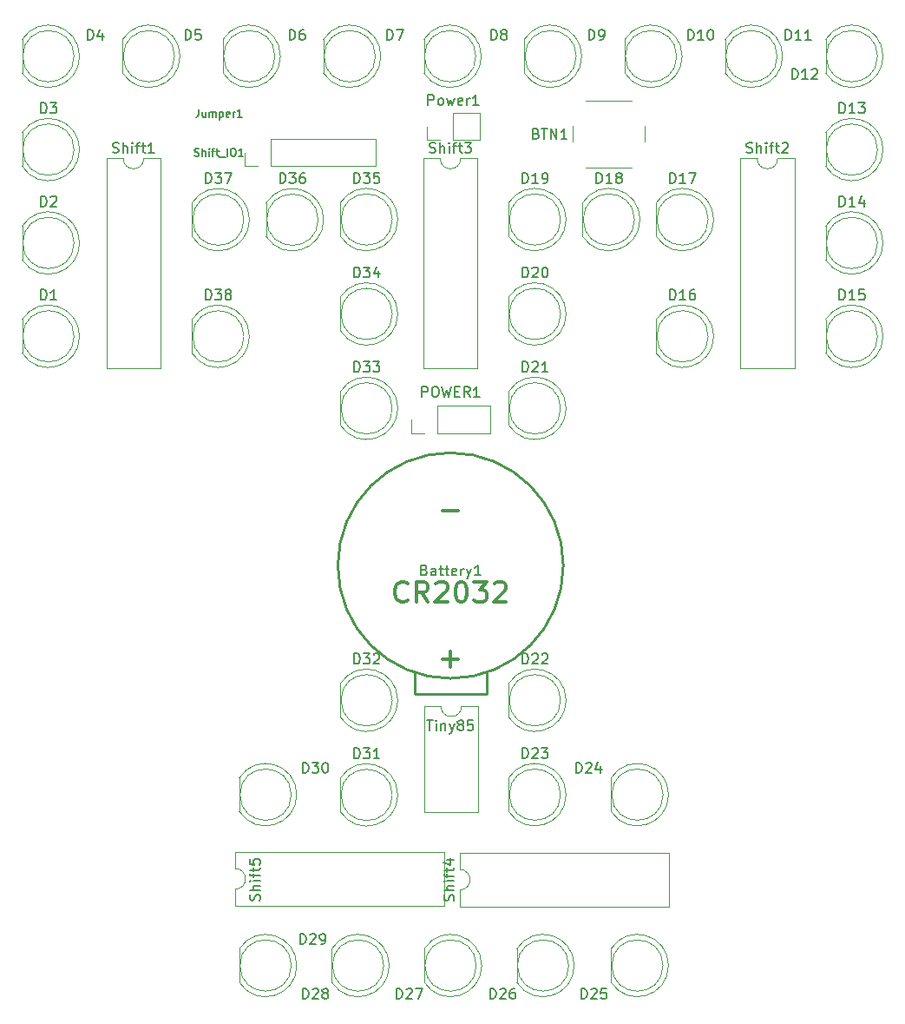
<source format=gbr>
G04 #@! TF.FileFunction,Legend,Top*
%FSLAX46Y46*%
G04 Gerber Fmt 4.6, Leading zero omitted, Abs format (unit mm)*
G04 Created by KiCad (PCBNEW 4.0.7) date 08/16/18 21:07:37*
%MOMM*%
%LPD*%
G01*
G04 APERTURE LIST*
%ADD10C,0.100000*%
%ADD11C,0.120000*%
%ADD12C,0.250000*%
%ADD13C,0.150000*%
%ADD14C,0.300000*%
G04 APERTURE END LIST*
D10*
D11*
X134992999Y-85218958D02*
G75*
G03X129393000Y-83577488I-3039999J1958D01*
G01*
X134992999Y-85215042D02*
G75*
G02X129393000Y-86856512I-3039999J-1958D01*
G01*
X134453000Y-85217000D02*
G75*
G03X134453000Y-85217000I-2500000J0D01*
G01*
X129393000Y-83577000D02*
X129393000Y-86857000D01*
X134992999Y-76118958D02*
G75*
G03X129393000Y-74477488I-3039999J1958D01*
G01*
X134992999Y-76115042D02*
G75*
G02X129393000Y-77756512I-3039999J-1958D01*
G01*
X134453000Y-76117000D02*
G75*
G03X134453000Y-76117000I-2500000J0D01*
G01*
X129393000Y-74477000D02*
X129393000Y-77757000D01*
X134992999Y-67018958D02*
G75*
G03X129393000Y-65377488I-3039999J1958D01*
G01*
X134992999Y-67015042D02*
G75*
G02X129393000Y-68656512I-3039999J-1958D01*
G01*
X134453000Y-67017000D02*
G75*
G03X134453000Y-67017000I-2500000J0D01*
G01*
X129393000Y-65377000D02*
X129393000Y-68657000D01*
X134992999Y-57918958D02*
G75*
G03X129393000Y-56277488I-3039999J1958D01*
G01*
X134992999Y-57915042D02*
G75*
G02X129393000Y-59556512I-3039999J-1958D01*
G01*
X134453000Y-57917000D02*
G75*
G03X134453000Y-57917000I-2500000J0D01*
G01*
X129393000Y-56277000D02*
X129393000Y-59557000D01*
X154592999Y-57918958D02*
G75*
G03X148993000Y-56277488I-3039999J1958D01*
G01*
X154592999Y-57915042D02*
G75*
G02X148993000Y-59556512I-3039999J-1958D01*
G01*
X154053000Y-57917000D02*
G75*
G03X154053000Y-57917000I-2500000J0D01*
G01*
X148993000Y-56277000D02*
X148993000Y-59557000D01*
X164392999Y-57918958D02*
G75*
G03X158793000Y-56277488I-3039999J1958D01*
G01*
X164392999Y-57915042D02*
G75*
G02X158793000Y-59556512I-3039999J-1958D01*
G01*
X163853000Y-57917000D02*
G75*
G03X163853000Y-57917000I-2500000J0D01*
G01*
X158793000Y-56277000D02*
X158793000Y-59557000D01*
X174192999Y-57918958D02*
G75*
G03X168593000Y-56277488I-3039999J1958D01*
G01*
X174192999Y-57915042D02*
G75*
G02X168593000Y-59556512I-3039999J-1958D01*
G01*
X173653000Y-57917000D02*
G75*
G03X173653000Y-57917000I-2500000J0D01*
G01*
X168593000Y-56277000D02*
X168593000Y-59557000D01*
X183992999Y-57918958D02*
G75*
G03X178393000Y-56277488I-3039999J1958D01*
G01*
X183992999Y-57915042D02*
G75*
G02X178393000Y-59556512I-3039999J-1958D01*
G01*
X183453000Y-57917000D02*
G75*
G03X183453000Y-57917000I-2500000J0D01*
G01*
X178393000Y-56277000D02*
X178393000Y-59557000D01*
X193792999Y-57918958D02*
G75*
G03X188193000Y-56277488I-3039999J1958D01*
G01*
X193792999Y-57915042D02*
G75*
G02X188193000Y-59556512I-3039999J-1958D01*
G01*
X193253000Y-57917000D02*
G75*
G03X193253000Y-57917000I-2500000J0D01*
G01*
X188193000Y-56277000D02*
X188193000Y-59557000D01*
X203592999Y-57918958D02*
G75*
G03X197993000Y-56277488I-3039999J1958D01*
G01*
X203592999Y-57915042D02*
G75*
G02X197993000Y-59556512I-3039999J-1958D01*
G01*
X203053000Y-57917000D02*
G75*
G03X203053000Y-57917000I-2500000J0D01*
G01*
X197993000Y-56277000D02*
X197993000Y-59557000D01*
X213392999Y-57918958D02*
G75*
G03X207793000Y-56277488I-3039999J1958D01*
G01*
X213392999Y-57915042D02*
G75*
G02X207793000Y-59556512I-3039999J-1958D01*
G01*
X212853000Y-57917000D02*
G75*
G03X212853000Y-57917000I-2500000J0D01*
G01*
X207793000Y-56277000D02*
X207793000Y-59557000D01*
X213392999Y-76118958D02*
G75*
G03X207793000Y-74477488I-3039999J1958D01*
G01*
X213392999Y-76115042D02*
G75*
G02X207793000Y-77756512I-3039999J-1958D01*
G01*
X212853000Y-76117000D02*
G75*
G03X212853000Y-76117000I-2500000J0D01*
G01*
X207793000Y-74477000D02*
X207793000Y-77757000D01*
X213392999Y-85218958D02*
G75*
G03X207793000Y-83577488I-3039999J1958D01*
G01*
X213392999Y-85215042D02*
G75*
G02X207793000Y-86856512I-3039999J-1958D01*
G01*
X212853000Y-85217000D02*
G75*
G03X212853000Y-85217000I-2500000J0D01*
G01*
X207793000Y-83577000D02*
X207793000Y-86857000D01*
X196866999Y-85218958D02*
G75*
G03X191267000Y-83577488I-3039999J1958D01*
G01*
X196866999Y-85215042D02*
G75*
G02X191267000Y-86856512I-3039999J-1958D01*
G01*
X196327000Y-85217000D02*
G75*
G03X196327000Y-85217000I-2500000J0D01*
G01*
X191267000Y-83577000D02*
X191267000Y-86857000D01*
X196866999Y-73839758D02*
G75*
G03X191267000Y-72198288I-3039999J1958D01*
G01*
X196866999Y-73835842D02*
G75*
G02X191267000Y-75477312I-3039999J-1958D01*
G01*
X196327000Y-73837800D02*
G75*
G03X196327000Y-73837800I-2500000J0D01*
G01*
X191267000Y-72197800D02*
X191267000Y-75477800D01*
X189678999Y-73839758D02*
G75*
G03X184079000Y-72198288I-3039999J1958D01*
G01*
X189678999Y-73835842D02*
G75*
G02X184079000Y-75477312I-3039999J-1958D01*
G01*
X189139000Y-73837800D02*
G75*
G03X189139000Y-73837800I-2500000J0D01*
G01*
X184079000Y-72197800D02*
X184079000Y-75477800D01*
X182465999Y-73839758D02*
G75*
G03X176866000Y-72198288I-3039999J1958D01*
G01*
X182465999Y-73835842D02*
G75*
G02X176866000Y-75477312I-3039999J-1958D01*
G01*
X181926000Y-73837800D02*
G75*
G03X181926000Y-73837800I-2500000J0D01*
G01*
X176866000Y-72197800D02*
X176866000Y-75477800D01*
X182465999Y-83039758D02*
G75*
G03X176866000Y-81398288I-3039999J1958D01*
G01*
X182465999Y-83035842D02*
G75*
G02X176866000Y-84677312I-3039999J-1958D01*
G01*
X181926000Y-83037800D02*
G75*
G03X181926000Y-83037800I-2500000J0D01*
G01*
X176866000Y-81397800D02*
X176866000Y-84677800D01*
X182465999Y-120700958D02*
G75*
G03X176866000Y-119059488I-3039999J1958D01*
G01*
X182465999Y-120697042D02*
G75*
G02X176866000Y-122338512I-3039999J-1958D01*
G01*
X181926000Y-120699000D02*
G75*
G03X181926000Y-120699000I-2500000J0D01*
G01*
X176866000Y-119059000D02*
X176866000Y-122339000D01*
X182465999Y-129900958D02*
G75*
G03X176866000Y-128259488I-3039999J1958D01*
G01*
X182465999Y-129897042D02*
G75*
G02X176866000Y-131538512I-3039999J-1958D01*
G01*
X181926000Y-129899000D02*
G75*
G03X181926000Y-129899000I-2500000J0D01*
G01*
X176866000Y-128259000D02*
X176866000Y-131539000D01*
X192465999Y-129900958D02*
G75*
G03X186866000Y-128259488I-3039999J1958D01*
G01*
X192465999Y-129897042D02*
G75*
G02X186866000Y-131538512I-3039999J-1958D01*
G01*
X191926000Y-129899000D02*
G75*
G03X191926000Y-129899000I-2500000J0D01*
G01*
X186866000Y-128259000D02*
X186866000Y-131539000D01*
X192459999Y-146559958D02*
G75*
G03X186860000Y-144918488I-3039999J1958D01*
G01*
X192459999Y-146556042D02*
G75*
G02X186860000Y-148197512I-3039999J-1958D01*
G01*
X191920000Y-146558000D02*
G75*
G03X191920000Y-146558000I-2500000J0D01*
G01*
X186860000Y-144918000D02*
X186860000Y-148198000D01*
X183259999Y-146559958D02*
G75*
G03X177660000Y-144918488I-3039999J1958D01*
G01*
X183259999Y-146556042D02*
G75*
G02X177660000Y-148197512I-3039999J-1958D01*
G01*
X182720000Y-146558000D02*
G75*
G03X182720000Y-146558000I-2500000J0D01*
G01*
X177660000Y-144918000D02*
X177660000Y-148198000D01*
X174235999Y-146559958D02*
G75*
G03X168636000Y-144918488I-3039999J1958D01*
G01*
X174235999Y-146556042D02*
G75*
G02X168636000Y-148197512I-3039999J-1958D01*
G01*
X173696000Y-146558000D02*
G75*
G03X173696000Y-146558000I-2500000J0D01*
G01*
X168636000Y-144918000D02*
X168636000Y-148198000D01*
X165211999Y-146559958D02*
G75*
G03X159612000Y-144918488I-3039999J1958D01*
G01*
X165211999Y-146556042D02*
G75*
G02X159612000Y-148197512I-3039999J-1958D01*
G01*
X164672000Y-146558000D02*
G75*
G03X164672000Y-146558000I-2500000J0D01*
G01*
X159612000Y-144918000D02*
X159612000Y-148198000D01*
X156186999Y-129900958D02*
G75*
G03X150587000Y-128259488I-3039999J1958D01*
G01*
X156186999Y-129897042D02*
G75*
G02X150587000Y-131538512I-3039999J-1958D01*
G01*
X155647000Y-129899000D02*
G75*
G03X155647000Y-129899000I-2500000J0D01*
G01*
X150587000Y-128259000D02*
X150587000Y-131539000D01*
X166043999Y-129922958D02*
G75*
G03X160444000Y-128281488I-3039999J1958D01*
G01*
X166043999Y-129919042D02*
G75*
G02X160444000Y-131560512I-3039999J-1958D01*
G01*
X165504000Y-129921000D02*
G75*
G03X165504000Y-129921000I-2500000J0D01*
G01*
X160444000Y-128281000D02*
X160444000Y-131561000D01*
X166043999Y-120700958D02*
G75*
G03X160444000Y-119059488I-3039999J1958D01*
G01*
X166043999Y-120697042D02*
G75*
G02X160444000Y-122338512I-3039999J-1958D01*
G01*
X165504000Y-120699000D02*
G75*
G03X165504000Y-120699000I-2500000J0D01*
G01*
X160444000Y-119059000D02*
X160444000Y-122339000D01*
X175066000Y-94675000D02*
X175066000Y-92015000D01*
X169926000Y-94675000D02*
X175066000Y-94675000D01*
X169926000Y-92015000D02*
X175066000Y-92015000D01*
X169926000Y-94675000D02*
X169926000Y-92015000D01*
X168656000Y-94675000D02*
X167326000Y-94675000D01*
X167326000Y-94675000D02*
X167326000Y-93345000D01*
X172260000Y-121288000D02*
G75*
G02X170260000Y-121288000I-1000000J0D01*
G01*
X170260000Y-121288000D02*
X168610000Y-121288000D01*
X168610000Y-121288000D02*
X168610000Y-131568000D01*
X168610000Y-131568000D02*
X173910000Y-131568000D01*
X173910000Y-131568000D02*
X173910000Y-121288000D01*
X173910000Y-121288000D02*
X172260000Y-121288000D01*
X144792999Y-57918958D02*
G75*
G03X139193000Y-56277488I-3039999J1958D01*
G01*
X144792999Y-57915042D02*
G75*
G02X139193000Y-59556512I-3039999J-1958D01*
G01*
X144253000Y-57917000D02*
G75*
G03X144253000Y-57917000I-2500000J0D01*
G01*
X139193000Y-56277000D02*
X139193000Y-59557000D01*
X213392999Y-67018958D02*
G75*
G03X207793000Y-65377488I-3039999J1958D01*
G01*
X213392999Y-67015042D02*
G75*
G02X207793000Y-68656512I-3039999J-1958D01*
G01*
X212853000Y-67017000D02*
G75*
G03X212853000Y-67017000I-2500000J0D01*
G01*
X207793000Y-65377000D02*
X207793000Y-68657000D01*
X182465999Y-92239758D02*
G75*
G03X176866000Y-90598288I-3039999J1958D01*
G01*
X182465999Y-92235842D02*
G75*
G02X176866000Y-93877312I-3039999J-1958D01*
G01*
X181926000Y-92237800D02*
G75*
G03X181926000Y-92237800I-2500000J0D01*
G01*
X176866000Y-90597800D02*
X176866000Y-93877800D01*
X156186999Y-146559958D02*
G75*
G03X150587000Y-144918488I-3039999J1958D01*
G01*
X156186999Y-146556042D02*
G75*
G02X150587000Y-148197512I-3039999J-1958D01*
G01*
X155647000Y-146558000D02*
G75*
G03X155647000Y-146558000I-2500000J0D01*
G01*
X150587000Y-144918000D02*
X150587000Y-148198000D01*
X166043999Y-92239758D02*
G75*
G03X160444000Y-90598288I-3039999J1958D01*
G01*
X166043999Y-92235842D02*
G75*
G02X160444000Y-93877312I-3039999J-1958D01*
G01*
X165504000Y-92237800D02*
G75*
G03X165504000Y-92237800I-2500000J0D01*
G01*
X160444000Y-90597800D02*
X160444000Y-93877800D01*
X166043999Y-83039758D02*
G75*
G03X160444000Y-81398288I-3039999J1958D01*
G01*
X166043999Y-83035842D02*
G75*
G02X160444000Y-84677312I-3039999J-1958D01*
G01*
X165504000Y-83037800D02*
G75*
G03X165504000Y-83037800I-2500000J0D01*
G01*
X160444000Y-81397800D02*
X160444000Y-84677800D01*
X166043999Y-73839758D02*
G75*
G03X160444000Y-72198288I-3039999J1958D01*
G01*
X166043999Y-73835842D02*
G75*
G02X160444000Y-75477312I-3039999J-1958D01*
G01*
X165504000Y-73837800D02*
G75*
G03X165504000Y-73837800I-2500000J0D01*
G01*
X160444000Y-72197800D02*
X160444000Y-75477800D01*
X158805999Y-73852458D02*
G75*
G03X153206000Y-72210988I-3039999J1958D01*
G01*
X158805999Y-73848542D02*
G75*
G02X153206000Y-75490012I-3039999J-1958D01*
G01*
X158266000Y-73850500D02*
G75*
G03X158266000Y-73850500I-2500000J0D01*
G01*
X153206000Y-72210500D02*
X153206000Y-75490500D01*
X151565999Y-73852458D02*
G75*
G03X145966000Y-72210988I-3039999J1958D01*
G01*
X151565999Y-73848542D02*
G75*
G02X145966000Y-75490012I-3039999J-1958D01*
G01*
X151026000Y-73850500D02*
G75*
G03X151026000Y-73850500I-2500000J0D01*
G01*
X145966000Y-72210500D02*
X145966000Y-75490500D01*
X151565999Y-85218958D02*
G75*
G03X145966000Y-83577488I-3039999J1958D01*
G01*
X151565999Y-85215042D02*
G75*
G02X145966000Y-86856512I-3039999J-1958D01*
G01*
X151026000Y-85217000D02*
G75*
G03X151026000Y-85217000I-2500000J0D01*
G01*
X145966000Y-83577000D02*
X145966000Y-86857000D01*
X184388000Y-68746000D02*
X188888000Y-68746000D01*
X183138000Y-64746000D02*
X183138000Y-66246000D01*
X188888000Y-62246000D02*
X184388000Y-62246000D01*
X190138000Y-66246000D02*
X190138000Y-64746000D01*
D12*
X171196000Y-120069000D02*
X167696000Y-120069000D01*
X167696000Y-120069000D02*
X167696000Y-118069000D01*
X171196000Y-120069000D02*
X174196000Y-120069000D01*
X174196000Y-120069000D02*
X174696000Y-120069000D01*
X174696000Y-120069000D02*
X174696000Y-118069000D01*
X182196000Y-107569000D02*
G75*
G03X182196000Y-107569000I-11000000J0D01*
G01*
D11*
X163890000Y-68640000D02*
X163890000Y-65980000D01*
X153670000Y-68640000D02*
X163890000Y-68640000D01*
X153670000Y-65980000D02*
X163890000Y-65980000D01*
X153670000Y-68640000D02*
X153670000Y-65980000D01*
X152400000Y-68640000D02*
X151070000Y-68640000D01*
X151070000Y-68640000D02*
X151070000Y-67310000D01*
X174050000Y-66100000D02*
X174050000Y-63440000D01*
X171450000Y-66100000D02*
X174050000Y-66100000D01*
X171450000Y-63440000D02*
X174050000Y-63440000D01*
X171450000Y-66100000D02*
X171450000Y-63440000D01*
X170180000Y-66100000D02*
X168850000Y-66100000D01*
X168850000Y-66100000D02*
X168850000Y-64770000D01*
X203108000Y-67885000D02*
G75*
G02X201108000Y-67885000I-1000000J0D01*
G01*
X201108000Y-67885000D02*
X199458000Y-67885000D01*
X199458000Y-67885000D02*
X199458000Y-88325000D01*
X199458000Y-88325000D02*
X204758000Y-88325000D01*
X204758000Y-88325000D02*
X204758000Y-67885000D01*
X204758000Y-67885000D02*
X203108000Y-67885000D01*
X172183000Y-67885000D02*
G75*
G02X170183000Y-67885000I-1000000J0D01*
G01*
X170183000Y-67885000D02*
X168533000Y-67885000D01*
X168533000Y-67885000D02*
X168533000Y-88325000D01*
X168533000Y-88325000D02*
X173833000Y-88325000D01*
X173833000Y-88325000D02*
X173833000Y-67885000D01*
X173833000Y-67885000D02*
X172183000Y-67885000D01*
X141259000Y-67885000D02*
G75*
G02X139259000Y-67885000I-1000000J0D01*
G01*
X139259000Y-67885000D02*
X137609000Y-67885000D01*
X137609000Y-67885000D02*
X137609000Y-88325000D01*
X137609000Y-88325000D02*
X142909000Y-88325000D01*
X142909000Y-88325000D02*
X142909000Y-67885000D01*
X142909000Y-67885000D02*
X141259000Y-67885000D01*
X172088000Y-137192000D02*
G75*
G02X172088000Y-139192000I0J-1000000D01*
G01*
X172088000Y-139192000D02*
X172088000Y-140842000D01*
X172088000Y-140842000D02*
X192528000Y-140842000D01*
X192528000Y-140842000D02*
X192528000Y-135542000D01*
X192528000Y-135542000D02*
X172088000Y-135542000D01*
X172088000Y-135542000D02*
X172088000Y-137192000D01*
X150181000Y-137112000D02*
G75*
G02X150181000Y-139112000I0J-1000000D01*
G01*
X150181000Y-139112000D02*
X150181000Y-140762000D01*
X150181000Y-140762000D02*
X170621000Y-140762000D01*
X170621000Y-140762000D02*
X170621000Y-135462000D01*
X170621000Y-135462000D02*
X150181000Y-135462000D01*
X150181000Y-135462000D02*
X150181000Y-137112000D01*
D13*
X131214905Y-81659381D02*
X131214905Y-80659381D01*
X131453000Y-80659381D01*
X131595858Y-80707000D01*
X131691096Y-80802238D01*
X131738715Y-80897476D01*
X131786334Y-81087952D01*
X131786334Y-81230810D01*
X131738715Y-81421286D01*
X131691096Y-81516524D01*
X131595858Y-81611762D01*
X131453000Y-81659381D01*
X131214905Y-81659381D01*
X132738715Y-81659381D02*
X132167286Y-81659381D01*
X132453000Y-81659381D02*
X132453000Y-80659381D01*
X132357762Y-80802238D01*
X132262524Y-80897476D01*
X132167286Y-80945095D01*
X131214905Y-72559381D02*
X131214905Y-71559381D01*
X131453000Y-71559381D01*
X131595858Y-71607000D01*
X131691096Y-71702238D01*
X131738715Y-71797476D01*
X131786334Y-71987952D01*
X131786334Y-72130810D01*
X131738715Y-72321286D01*
X131691096Y-72416524D01*
X131595858Y-72511762D01*
X131453000Y-72559381D01*
X131214905Y-72559381D01*
X132167286Y-71654619D02*
X132214905Y-71607000D01*
X132310143Y-71559381D01*
X132548239Y-71559381D01*
X132643477Y-71607000D01*
X132691096Y-71654619D01*
X132738715Y-71749857D01*
X132738715Y-71845095D01*
X132691096Y-71987952D01*
X132119667Y-72559381D01*
X132738715Y-72559381D01*
X131214905Y-63459381D02*
X131214905Y-62459381D01*
X131453000Y-62459381D01*
X131595858Y-62507000D01*
X131691096Y-62602238D01*
X131738715Y-62697476D01*
X131786334Y-62887952D01*
X131786334Y-63030810D01*
X131738715Y-63221286D01*
X131691096Y-63316524D01*
X131595858Y-63411762D01*
X131453000Y-63459381D01*
X131214905Y-63459381D01*
X132119667Y-62459381D02*
X132738715Y-62459381D01*
X132405381Y-62840333D01*
X132548239Y-62840333D01*
X132643477Y-62887952D01*
X132691096Y-62935571D01*
X132738715Y-63030810D01*
X132738715Y-63268905D01*
X132691096Y-63364143D01*
X132643477Y-63411762D01*
X132548239Y-63459381D01*
X132262524Y-63459381D01*
X132167286Y-63411762D01*
X132119667Y-63364143D01*
X135786905Y-56332381D02*
X135786905Y-55332381D01*
X136025000Y-55332381D01*
X136167858Y-55380000D01*
X136263096Y-55475238D01*
X136310715Y-55570476D01*
X136358334Y-55760952D01*
X136358334Y-55903810D01*
X136310715Y-56094286D01*
X136263096Y-56189524D01*
X136167858Y-56284762D01*
X136025000Y-56332381D01*
X135786905Y-56332381D01*
X137215477Y-55665714D02*
X137215477Y-56332381D01*
X136977381Y-55284762D02*
X136739286Y-55999048D01*
X137358334Y-55999048D01*
X155471905Y-56332381D02*
X155471905Y-55332381D01*
X155710000Y-55332381D01*
X155852858Y-55380000D01*
X155948096Y-55475238D01*
X155995715Y-55570476D01*
X156043334Y-55760952D01*
X156043334Y-55903810D01*
X155995715Y-56094286D01*
X155948096Y-56189524D01*
X155852858Y-56284762D01*
X155710000Y-56332381D01*
X155471905Y-56332381D01*
X156900477Y-55332381D02*
X156710000Y-55332381D01*
X156614762Y-55380000D01*
X156567143Y-55427619D01*
X156471905Y-55570476D01*
X156424286Y-55760952D01*
X156424286Y-56141905D01*
X156471905Y-56237143D01*
X156519524Y-56284762D01*
X156614762Y-56332381D01*
X156805239Y-56332381D01*
X156900477Y-56284762D01*
X156948096Y-56237143D01*
X156995715Y-56141905D01*
X156995715Y-55903810D01*
X156948096Y-55808571D01*
X156900477Y-55760952D01*
X156805239Y-55713333D01*
X156614762Y-55713333D01*
X156519524Y-55760952D01*
X156471905Y-55808571D01*
X156424286Y-55903810D01*
X164996905Y-56332381D02*
X164996905Y-55332381D01*
X165235000Y-55332381D01*
X165377858Y-55380000D01*
X165473096Y-55475238D01*
X165520715Y-55570476D01*
X165568334Y-55760952D01*
X165568334Y-55903810D01*
X165520715Y-56094286D01*
X165473096Y-56189524D01*
X165377858Y-56284762D01*
X165235000Y-56332381D01*
X164996905Y-56332381D01*
X165901667Y-55332381D02*
X166568334Y-55332381D01*
X166139762Y-56332381D01*
X175156905Y-56332381D02*
X175156905Y-55332381D01*
X175395000Y-55332381D01*
X175537858Y-55380000D01*
X175633096Y-55475238D01*
X175680715Y-55570476D01*
X175728334Y-55760952D01*
X175728334Y-55903810D01*
X175680715Y-56094286D01*
X175633096Y-56189524D01*
X175537858Y-56284762D01*
X175395000Y-56332381D01*
X175156905Y-56332381D01*
X176299762Y-55760952D02*
X176204524Y-55713333D01*
X176156905Y-55665714D01*
X176109286Y-55570476D01*
X176109286Y-55522857D01*
X176156905Y-55427619D01*
X176204524Y-55380000D01*
X176299762Y-55332381D01*
X176490239Y-55332381D01*
X176585477Y-55380000D01*
X176633096Y-55427619D01*
X176680715Y-55522857D01*
X176680715Y-55570476D01*
X176633096Y-55665714D01*
X176585477Y-55713333D01*
X176490239Y-55760952D01*
X176299762Y-55760952D01*
X176204524Y-55808571D01*
X176156905Y-55856190D01*
X176109286Y-55951429D01*
X176109286Y-56141905D01*
X176156905Y-56237143D01*
X176204524Y-56284762D01*
X176299762Y-56332381D01*
X176490239Y-56332381D01*
X176585477Y-56284762D01*
X176633096Y-56237143D01*
X176680715Y-56141905D01*
X176680715Y-55951429D01*
X176633096Y-55856190D01*
X176585477Y-55808571D01*
X176490239Y-55760952D01*
X184681905Y-56332381D02*
X184681905Y-55332381D01*
X184920000Y-55332381D01*
X185062858Y-55380000D01*
X185158096Y-55475238D01*
X185205715Y-55570476D01*
X185253334Y-55760952D01*
X185253334Y-55903810D01*
X185205715Y-56094286D01*
X185158096Y-56189524D01*
X185062858Y-56284762D01*
X184920000Y-56332381D01*
X184681905Y-56332381D01*
X185729524Y-56332381D02*
X185920000Y-56332381D01*
X186015239Y-56284762D01*
X186062858Y-56237143D01*
X186158096Y-56094286D01*
X186205715Y-55903810D01*
X186205715Y-55522857D01*
X186158096Y-55427619D01*
X186110477Y-55380000D01*
X186015239Y-55332381D01*
X185824762Y-55332381D01*
X185729524Y-55380000D01*
X185681905Y-55427619D01*
X185634286Y-55522857D01*
X185634286Y-55760952D01*
X185681905Y-55856190D01*
X185729524Y-55903810D01*
X185824762Y-55951429D01*
X186015239Y-55951429D01*
X186110477Y-55903810D01*
X186158096Y-55856190D01*
X186205715Y-55760952D01*
X194365714Y-56332381D02*
X194365714Y-55332381D01*
X194603809Y-55332381D01*
X194746667Y-55380000D01*
X194841905Y-55475238D01*
X194889524Y-55570476D01*
X194937143Y-55760952D01*
X194937143Y-55903810D01*
X194889524Y-56094286D01*
X194841905Y-56189524D01*
X194746667Y-56284762D01*
X194603809Y-56332381D01*
X194365714Y-56332381D01*
X195889524Y-56332381D02*
X195318095Y-56332381D01*
X195603809Y-56332381D02*
X195603809Y-55332381D01*
X195508571Y-55475238D01*
X195413333Y-55570476D01*
X195318095Y-55618095D01*
X196508571Y-55332381D02*
X196603810Y-55332381D01*
X196699048Y-55380000D01*
X196746667Y-55427619D01*
X196794286Y-55522857D01*
X196841905Y-55713333D01*
X196841905Y-55951429D01*
X196794286Y-56141905D01*
X196746667Y-56237143D01*
X196699048Y-56284762D01*
X196603810Y-56332381D01*
X196508571Y-56332381D01*
X196413333Y-56284762D01*
X196365714Y-56237143D01*
X196318095Y-56141905D01*
X196270476Y-55951429D01*
X196270476Y-55713333D01*
X196318095Y-55522857D01*
X196365714Y-55427619D01*
X196413333Y-55380000D01*
X196508571Y-55332381D01*
X203890714Y-56332381D02*
X203890714Y-55332381D01*
X204128809Y-55332381D01*
X204271667Y-55380000D01*
X204366905Y-55475238D01*
X204414524Y-55570476D01*
X204462143Y-55760952D01*
X204462143Y-55903810D01*
X204414524Y-56094286D01*
X204366905Y-56189524D01*
X204271667Y-56284762D01*
X204128809Y-56332381D01*
X203890714Y-56332381D01*
X205414524Y-56332381D02*
X204843095Y-56332381D01*
X205128809Y-56332381D02*
X205128809Y-55332381D01*
X205033571Y-55475238D01*
X204938333Y-55570476D01*
X204843095Y-55618095D01*
X206366905Y-56332381D02*
X205795476Y-56332381D01*
X206081190Y-56332381D02*
X206081190Y-55332381D01*
X205985952Y-55475238D01*
X205890714Y-55570476D01*
X205795476Y-55618095D01*
X204525714Y-60142381D02*
X204525714Y-59142381D01*
X204763809Y-59142381D01*
X204906667Y-59190000D01*
X205001905Y-59285238D01*
X205049524Y-59380476D01*
X205097143Y-59570952D01*
X205097143Y-59713810D01*
X205049524Y-59904286D01*
X205001905Y-59999524D01*
X204906667Y-60094762D01*
X204763809Y-60142381D01*
X204525714Y-60142381D01*
X206049524Y-60142381D02*
X205478095Y-60142381D01*
X205763809Y-60142381D02*
X205763809Y-59142381D01*
X205668571Y-59285238D01*
X205573333Y-59380476D01*
X205478095Y-59428095D01*
X206430476Y-59237619D02*
X206478095Y-59190000D01*
X206573333Y-59142381D01*
X206811429Y-59142381D01*
X206906667Y-59190000D01*
X206954286Y-59237619D01*
X207001905Y-59332857D01*
X207001905Y-59428095D01*
X206954286Y-59570952D01*
X206382857Y-60142381D01*
X207001905Y-60142381D01*
X209138714Y-72559381D02*
X209138714Y-71559381D01*
X209376809Y-71559381D01*
X209519667Y-71607000D01*
X209614905Y-71702238D01*
X209662524Y-71797476D01*
X209710143Y-71987952D01*
X209710143Y-72130810D01*
X209662524Y-72321286D01*
X209614905Y-72416524D01*
X209519667Y-72511762D01*
X209376809Y-72559381D01*
X209138714Y-72559381D01*
X210662524Y-72559381D02*
X210091095Y-72559381D01*
X210376809Y-72559381D02*
X210376809Y-71559381D01*
X210281571Y-71702238D01*
X210186333Y-71797476D01*
X210091095Y-71845095D01*
X211519667Y-71892714D02*
X211519667Y-72559381D01*
X211281571Y-71511762D02*
X211043476Y-72226048D01*
X211662524Y-72226048D01*
X209138714Y-81659381D02*
X209138714Y-80659381D01*
X209376809Y-80659381D01*
X209519667Y-80707000D01*
X209614905Y-80802238D01*
X209662524Y-80897476D01*
X209710143Y-81087952D01*
X209710143Y-81230810D01*
X209662524Y-81421286D01*
X209614905Y-81516524D01*
X209519667Y-81611762D01*
X209376809Y-81659381D01*
X209138714Y-81659381D01*
X210662524Y-81659381D02*
X210091095Y-81659381D01*
X210376809Y-81659381D02*
X210376809Y-80659381D01*
X210281571Y-80802238D01*
X210186333Y-80897476D01*
X210091095Y-80945095D01*
X211567286Y-80659381D02*
X211091095Y-80659381D01*
X211043476Y-81135571D01*
X211091095Y-81087952D01*
X211186333Y-81040333D01*
X211424429Y-81040333D01*
X211519667Y-81087952D01*
X211567286Y-81135571D01*
X211614905Y-81230810D01*
X211614905Y-81468905D01*
X211567286Y-81564143D01*
X211519667Y-81611762D01*
X211424429Y-81659381D01*
X211186333Y-81659381D01*
X211091095Y-81611762D01*
X211043476Y-81564143D01*
X192612714Y-81659381D02*
X192612714Y-80659381D01*
X192850809Y-80659381D01*
X192993667Y-80707000D01*
X193088905Y-80802238D01*
X193136524Y-80897476D01*
X193184143Y-81087952D01*
X193184143Y-81230810D01*
X193136524Y-81421286D01*
X193088905Y-81516524D01*
X192993667Y-81611762D01*
X192850809Y-81659381D01*
X192612714Y-81659381D01*
X194136524Y-81659381D02*
X193565095Y-81659381D01*
X193850809Y-81659381D02*
X193850809Y-80659381D01*
X193755571Y-80802238D01*
X193660333Y-80897476D01*
X193565095Y-80945095D01*
X194993667Y-80659381D02*
X194803190Y-80659381D01*
X194707952Y-80707000D01*
X194660333Y-80754619D01*
X194565095Y-80897476D01*
X194517476Y-81087952D01*
X194517476Y-81468905D01*
X194565095Y-81564143D01*
X194612714Y-81611762D01*
X194707952Y-81659381D01*
X194898429Y-81659381D01*
X194993667Y-81611762D01*
X195041286Y-81564143D01*
X195088905Y-81468905D01*
X195088905Y-81230810D01*
X195041286Y-81135571D01*
X194993667Y-81087952D01*
X194898429Y-81040333D01*
X194707952Y-81040333D01*
X194612714Y-81087952D01*
X194565095Y-81135571D01*
X194517476Y-81230810D01*
X192612714Y-70280181D02*
X192612714Y-69280181D01*
X192850809Y-69280181D01*
X192993667Y-69327800D01*
X193088905Y-69423038D01*
X193136524Y-69518276D01*
X193184143Y-69708752D01*
X193184143Y-69851610D01*
X193136524Y-70042086D01*
X193088905Y-70137324D01*
X192993667Y-70232562D01*
X192850809Y-70280181D01*
X192612714Y-70280181D01*
X194136524Y-70280181D02*
X193565095Y-70280181D01*
X193850809Y-70280181D02*
X193850809Y-69280181D01*
X193755571Y-69423038D01*
X193660333Y-69518276D01*
X193565095Y-69565895D01*
X194469857Y-69280181D02*
X195136524Y-69280181D01*
X194707952Y-70280181D01*
X185424714Y-70280181D02*
X185424714Y-69280181D01*
X185662809Y-69280181D01*
X185805667Y-69327800D01*
X185900905Y-69423038D01*
X185948524Y-69518276D01*
X185996143Y-69708752D01*
X185996143Y-69851610D01*
X185948524Y-70042086D01*
X185900905Y-70137324D01*
X185805667Y-70232562D01*
X185662809Y-70280181D01*
X185424714Y-70280181D01*
X186948524Y-70280181D02*
X186377095Y-70280181D01*
X186662809Y-70280181D02*
X186662809Y-69280181D01*
X186567571Y-69423038D01*
X186472333Y-69518276D01*
X186377095Y-69565895D01*
X187519952Y-69708752D02*
X187424714Y-69661133D01*
X187377095Y-69613514D01*
X187329476Y-69518276D01*
X187329476Y-69470657D01*
X187377095Y-69375419D01*
X187424714Y-69327800D01*
X187519952Y-69280181D01*
X187710429Y-69280181D01*
X187805667Y-69327800D01*
X187853286Y-69375419D01*
X187900905Y-69470657D01*
X187900905Y-69518276D01*
X187853286Y-69613514D01*
X187805667Y-69661133D01*
X187710429Y-69708752D01*
X187519952Y-69708752D01*
X187424714Y-69756371D01*
X187377095Y-69803990D01*
X187329476Y-69899229D01*
X187329476Y-70089705D01*
X187377095Y-70184943D01*
X187424714Y-70232562D01*
X187519952Y-70280181D01*
X187710429Y-70280181D01*
X187805667Y-70232562D01*
X187853286Y-70184943D01*
X187900905Y-70089705D01*
X187900905Y-69899229D01*
X187853286Y-69803990D01*
X187805667Y-69756371D01*
X187710429Y-69708752D01*
X178211714Y-70280181D02*
X178211714Y-69280181D01*
X178449809Y-69280181D01*
X178592667Y-69327800D01*
X178687905Y-69423038D01*
X178735524Y-69518276D01*
X178783143Y-69708752D01*
X178783143Y-69851610D01*
X178735524Y-70042086D01*
X178687905Y-70137324D01*
X178592667Y-70232562D01*
X178449809Y-70280181D01*
X178211714Y-70280181D01*
X179735524Y-70280181D02*
X179164095Y-70280181D01*
X179449809Y-70280181D02*
X179449809Y-69280181D01*
X179354571Y-69423038D01*
X179259333Y-69518276D01*
X179164095Y-69565895D01*
X180211714Y-70280181D02*
X180402190Y-70280181D01*
X180497429Y-70232562D01*
X180545048Y-70184943D01*
X180640286Y-70042086D01*
X180687905Y-69851610D01*
X180687905Y-69470657D01*
X180640286Y-69375419D01*
X180592667Y-69327800D01*
X180497429Y-69280181D01*
X180306952Y-69280181D01*
X180211714Y-69327800D01*
X180164095Y-69375419D01*
X180116476Y-69470657D01*
X180116476Y-69708752D01*
X180164095Y-69803990D01*
X180211714Y-69851610D01*
X180306952Y-69899229D01*
X180497429Y-69899229D01*
X180592667Y-69851610D01*
X180640286Y-69803990D01*
X180687905Y-69708752D01*
X178211714Y-79480181D02*
X178211714Y-78480181D01*
X178449809Y-78480181D01*
X178592667Y-78527800D01*
X178687905Y-78623038D01*
X178735524Y-78718276D01*
X178783143Y-78908752D01*
X178783143Y-79051610D01*
X178735524Y-79242086D01*
X178687905Y-79337324D01*
X178592667Y-79432562D01*
X178449809Y-79480181D01*
X178211714Y-79480181D01*
X179164095Y-78575419D02*
X179211714Y-78527800D01*
X179306952Y-78480181D01*
X179545048Y-78480181D01*
X179640286Y-78527800D01*
X179687905Y-78575419D01*
X179735524Y-78670657D01*
X179735524Y-78765895D01*
X179687905Y-78908752D01*
X179116476Y-79480181D01*
X179735524Y-79480181D01*
X180354571Y-78480181D02*
X180449810Y-78480181D01*
X180545048Y-78527800D01*
X180592667Y-78575419D01*
X180640286Y-78670657D01*
X180687905Y-78861133D01*
X180687905Y-79099229D01*
X180640286Y-79289705D01*
X180592667Y-79384943D01*
X180545048Y-79432562D01*
X180449810Y-79480181D01*
X180354571Y-79480181D01*
X180259333Y-79432562D01*
X180211714Y-79384943D01*
X180164095Y-79289705D01*
X180116476Y-79099229D01*
X180116476Y-78861133D01*
X180164095Y-78670657D01*
X180211714Y-78575419D01*
X180259333Y-78527800D01*
X180354571Y-78480181D01*
X178211714Y-117141381D02*
X178211714Y-116141381D01*
X178449809Y-116141381D01*
X178592667Y-116189000D01*
X178687905Y-116284238D01*
X178735524Y-116379476D01*
X178783143Y-116569952D01*
X178783143Y-116712810D01*
X178735524Y-116903286D01*
X178687905Y-116998524D01*
X178592667Y-117093762D01*
X178449809Y-117141381D01*
X178211714Y-117141381D01*
X179164095Y-116236619D02*
X179211714Y-116189000D01*
X179306952Y-116141381D01*
X179545048Y-116141381D01*
X179640286Y-116189000D01*
X179687905Y-116236619D01*
X179735524Y-116331857D01*
X179735524Y-116427095D01*
X179687905Y-116569952D01*
X179116476Y-117141381D01*
X179735524Y-117141381D01*
X180116476Y-116236619D02*
X180164095Y-116189000D01*
X180259333Y-116141381D01*
X180497429Y-116141381D01*
X180592667Y-116189000D01*
X180640286Y-116236619D01*
X180687905Y-116331857D01*
X180687905Y-116427095D01*
X180640286Y-116569952D01*
X180068857Y-117141381D01*
X180687905Y-117141381D01*
X178211714Y-126341381D02*
X178211714Y-125341381D01*
X178449809Y-125341381D01*
X178592667Y-125389000D01*
X178687905Y-125484238D01*
X178735524Y-125579476D01*
X178783143Y-125769952D01*
X178783143Y-125912810D01*
X178735524Y-126103286D01*
X178687905Y-126198524D01*
X178592667Y-126293762D01*
X178449809Y-126341381D01*
X178211714Y-126341381D01*
X179164095Y-125436619D02*
X179211714Y-125389000D01*
X179306952Y-125341381D01*
X179545048Y-125341381D01*
X179640286Y-125389000D01*
X179687905Y-125436619D01*
X179735524Y-125531857D01*
X179735524Y-125627095D01*
X179687905Y-125769952D01*
X179116476Y-126341381D01*
X179735524Y-126341381D01*
X180068857Y-125341381D02*
X180687905Y-125341381D01*
X180354571Y-125722333D01*
X180497429Y-125722333D01*
X180592667Y-125769952D01*
X180640286Y-125817571D01*
X180687905Y-125912810D01*
X180687905Y-126150905D01*
X180640286Y-126246143D01*
X180592667Y-126293762D01*
X180497429Y-126341381D01*
X180211714Y-126341381D01*
X180116476Y-126293762D01*
X180068857Y-126246143D01*
X183444114Y-127769481D02*
X183444114Y-126769481D01*
X183682209Y-126769481D01*
X183825067Y-126817100D01*
X183920305Y-126912338D01*
X183967924Y-127007576D01*
X184015543Y-127198052D01*
X184015543Y-127340910D01*
X183967924Y-127531386D01*
X183920305Y-127626624D01*
X183825067Y-127721862D01*
X183682209Y-127769481D01*
X183444114Y-127769481D01*
X184396495Y-126864719D02*
X184444114Y-126817100D01*
X184539352Y-126769481D01*
X184777448Y-126769481D01*
X184872686Y-126817100D01*
X184920305Y-126864719D01*
X184967924Y-126959957D01*
X184967924Y-127055195D01*
X184920305Y-127198052D01*
X184348876Y-127769481D01*
X184967924Y-127769481D01*
X185825067Y-127102814D02*
X185825067Y-127769481D01*
X185586971Y-126721862D02*
X185348876Y-127436148D01*
X185967924Y-127436148D01*
X183951214Y-149804381D02*
X183951214Y-148804381D01*
X184189309Y-148804381D01*
X184332167Y-148852000D01*
X184427405Y-148947238D01*
X184475024Y-149042476D01*
X184522643Y-149232952D01*
X184522643Y-149375810D01*
X184475024Y-149566286D01*
X184427405Y-149661524D01*
X184332167Y-149756762D01*
X184189309Y-149804381D01*
X183951214Y-149804381D01*
X184903595Y-148899619D02*
X184951214Y-148852000D01*
X185046452Y-148804381D01*
X185284548Y-148804381D01*
X185379786Y-148852000D01*
X185427405Y-148899619D01*
X185475024Y-148994857D01*
X185475024Y-149090095D01*
X185427405Y-149232952D01*
X184855976Y-149804381D01*
X185475024Y-149804381D01*
X186379786Y-148804381D02*
X185903595Y-148804381D01*
X185855976Y-149280571D01*
X185903595Y-149232952D01*
X185998833Y-149185333D01*
X186236929Y-149185333D01*
X186332167Y-149232952D01*
X186379786Y-149280571D01*
X186427405Y-149375810D01*
X186427405Y-149613905D01*
X186379786Y-149709143D01*
X186332167Y-149756762D01*
X186236929Y-149804381D01*
X185998833Y-149804381D01*
X185903595Y-149756762D01*
X185855976Y-149709143D01*
X175061214Y-149804381D02*
X175061214Y-148804381D01*
X175299309Y-148804381D01*
X175442167Y-148852000D01*
X175537405Y-148947238D01*
X175585024Y-149042476D01*
X175632643Y-149232952D01*
X175632643Y-149375810D01*
X175585024Y-149566286D01*
X175537405Y-149661524D01*
X175442167Y-149756762D01*
X175299309Y-149804381D01*
X175061214Y-149804381D01*
X176013595Y-148899619D02*
X176061214Y-148852000D01*
X176156452Y-148804381D01*
X176394548Y-148804381D01*
X176489786Y-148852000D01*
X176537405Y-148899619D01*
X176585024Y-148994857D01*
X176585024Y-149090095D01*
X176537405Y-149232952D01*
X175965976Y-149804381D01*
X176585024Y-149804381D01*
X177442167Y-148804381D02*
X177251690Y-148804381D01*
X177156452Y-148852000D01*
X177108833Y-148899619D01*
X177013595Y-149042476D01*
X176965976Y-149232952D01*
X176965976Y-149613905D01*
X177013595Y-149709143D01*
X177061214Y-149756762D01*
X177156452Y-149804381D01*
X177346929Y-149804381D01*
X177442167Y-149756762D01*
X177489786Y-149709143D01*
X177537405Y-149613905D01*
X177537405Y-149375810D01*
X177489786Y-149280571D01*
X177442167Y-149232952D01*
X177346929Y-149185333D01*
X177156452Y-149185333D01*
X177061214Y-149232952D01*
X177013595Y-149280571D01*
X176965976Y-149375810D01*
X165917714Y-149804381D02*
X165917714Y-148804381D01*
X166155809Y-148804381D01*
X166298667Y-148852000D01*
X166393905Y-148947238D01*
X166441524Y-149042476D01*
X166489143Y-149232952D01*
X166489143Y-149375810D01*
X166441524Y-149566286D01*
X166393905Y-149661524D01*
X166298667Y-149756762D01*
X166155809Y-149804381D01*
X165917714Y-149804381D01*
X166870095Y-148899619D02*
X166917714Y-148852000D01*
X167012952Y-148804381D01*
X167251048Y-148804381D01*
X167346286Y-148852000D01*
X167393905Y-148899619D01*
X167441524Y-148994857D01*
X167441524Y-149090095D01*
X167393905Y-149232952D01*
X166822476Y-149804381D01*
X167441524Y-149804381D01*
X167774857Y-148804381D02*
X168441524Y-148804381D01*
X168012952Y-149804381D01*
X156774214Y-149804381D02*
X156774214Y-148804381D01*
X157012309Y-148804381D01*
X157155167Y-148852000D01*
X157250405Y-148947238D01*
X157298024Y-149042476D01*
X157345643Y-149232952D01*
X157345643Y-149375810D01*
X157298024Y-149566286D01*
X157250405Y-149661524D01*
X157155167Y-149756762D01*
X157012309Y-149804381D01*
X156774214Y-149804381D01*
X157726595Y-148899619D02*
X157774214Y-148852000D01*
X157869452Y-148804381D01*
X158107548Y-148804381D01*
X158202786Y-148852000D01*
X158250405Y-148899619D01*
X158298024Y-148994857D01*
X158298024Y-149090095D01*
X158250405Y-149232952D01*
X157678976Y-149804381D01*
X158298024Y-149804381D01*
X158869452Y-149232952D02*
X158774214Y-149185333D01*
X158726595Y-149137714D01*
X158678976Y-149042476D01*
X158678976Y-148994857D01*
X158726595Y-148899619D01*
X158774214Y-148852000D01*
X158869452Y-148804381D01*
X159059929Y-148804381D01*
X159155167Y-148852000D01*
X159202786Y-148899619D01*
X159250405Y-148994857D01*
X159250405Y-149042476D01*
X159202786Y-149137714D01*
X159155167Y-149185333D01*
X159059929Y-149232952D01*
X158869452Y-149232952D01*
X158774214Y-149280571D01*
X158726595Y-149328190D01*
X158678976Y-149423429D01*
X158678976Y-149613905D01*
X158726595Y-149709143D01*
X158774214Y-149756762D01*
X158869452Y-149804381D01*
X159059929Y-149804381D01*
X159155167Y-149756762D01*
X159202786Y-149709143D01*
X159250405Y-149613905D01*
X159250405Y-149423429D01*
X159202786Y-149328190D01*
X159155167Y-149280571D01*
X159059929Y-149232952D01*
X156773714Y-127769481D02*
X156773714Y-126769481D01*
X157011809Y-126769481D01*
X157154667Y-126817100D01*
X157249905Y-126912338D01*
X157297524Y-127007576D01*
X157345143Y-127198052D01*
X157345143Y-127340910D01*
X157297524Y-127531386D01*
X157249905Y-127626624D01*
X157154667Y-127721862D01*
X157011809Y-127769481D01*
X156773714Y-127769481D01*
X157678476Y-126769481D02*
X158297524Y-126769481D01*
X157964190Y-127150433D01*
X158107048Y-127150433D01*
X158202286Y-127198052D01*
X158249905Y-127245671D01*
X158297524Y-127340910D01*
X158297524Y-127579005D01*
X158249905Y-127674243D01*
X158202286Y-127721862D01*
X158107048Y-127769481D01*
X157821333Y-127769481D01*
X157726095Y-127721862D01*
X157678476Y-127674243D01*
X158916571Y-126769481D02*
X159011810Y-126769481D01*
X159107048Y-126817100D01*
X159154667Y-126864719D01*
X159202286Y-126959957D01*
X159249905Y-127150433D01*
X159249905Y-127388529D01*
X159202286Y-127579005D01*
X159154667Y-127674243D01*
X159107048Y-127721862D01*
X159011810Y-127769481D01*
X158916571Y-127769481D01*
X158821333Y-127721862D01*
X158773714Y-127674243D01*
X158726095Y-127579005D01*
X158678476Y-127388529D01*
X158678476Y-127150433D01*
X158726095Y-126959957D01*
X158773714Y-126864719D01*
X158821333Y-126817100D01*
X158916571Y-126769481D01*
X161789714Y-126363381D02*
X161789714Y-125363381D01*
X162027809Y-125363381D01*
X162170667Y-125411000D01*
X162265905Y-125506238D01*
X162313524Y-125601476D01*
X162361143Y-125791952D01*
X162361143Y-125934810D01*
X162313524Y-126125286D01*
X162265905Y-126220524D01*
X162170667Y-126315762D01*
X162027809Y-126363381D01*
X161789714Y-126363381D01*
X162694476Y-125363381D02*
X163313524Y-125363381D01*
X162980190Y-125744333D01*
X163123048Y-125744333D01*
X163218286Y-125791952D01*
X163265905Y-125839571D01*
X163313524Y-125934810D01*
X163313524Y-126172905D01*
X163265905Y-126268143D01*
X163218286Y-126315762D01*
X163123048Y-126363381D01*
X162837333Y-126363381D01*
X162742095Y-126315762D01*
X162694476Y-126268143D01*
X164265905Y-126363381D02*
X163694476Y-126363381D01*
X163980190Y-126363381D02*
X163980190Y-125363381D01*
X163884952Y-125506238D01*
X163789714Y-125601476D01*
X163694476Y-125649095D01*
X161789714Y-117141381D02*
X161789714Y-116141381D01*
X162027809Y-116141381D01*
X162170667Y-116189000D01*
X162265905Y-116284238D01*
X162313524Y-116379476D01*
X162361143Y-116569952D01*
X162361143Y-116712810D01*
X162313524Y-116903286D01*
X162265905Y-116998524D01*
X162170667Y-117093762D01*
X162027809Y-117141381D01*
X161789714Y-117141381D01*
X162694476Y-116141381D02*
X163313524Y-116141381D01*
X162980190Y-116522333D01*
X163123048Y-116522333D01*
X163218286Y-116569952D01*
X163265905Y-116617571D01*
X163313524Y-116712810D01*
X163313524Y-116950905D01*
X163265905Y-117046143D01*
X163218286Y-117093762D01*
X163123048Y-117141381D01*
X162837333Y-117141381D01*
X162742095Y-117093762D01*
X162694476Y-117046143D01*
X163694476Y-116236619D02*
X163742095Y-116189000D01*
X163837333Y-116141381D01*
X164075429Y-116141381D01*
X164170667Y-116189000D01*
X164218286Y-116236619D01*
X164265905Y-116331857D01*
X164265905Y-116427095D01*
X164218286Y-116569952D01*
X163646857Y-117141381D01*
X164265905Y-117141381D01*
X168410286Y-91130381D02*
X168410286Y-90130381D01*
X168791239Y-90130381D01*
X168886477Y-90178000D01*
X168934096Y-90225619D01*
X168981715Y-90320857D01*
X168981715Y-90463714D01*
X168934096Y-90558952D01*
X168886477Y-90606571D01*
X168791239Y-90654190D01*
X168410286Y-90654190D01*
X169600762Y-90130381D02*
X169791239Y-90130381D01*
X169886477Y-90178000D01*
X169981715Y-90273238D01*
X170029334Y-90463714D01*
X170029334Y-90797048D01*
X169981715Y-90987524D01*
X169886477Y-91082762D01*
X169791239Y-91130381D01*
X169600762Y-91130381D01*
X169505524Y-91082762D01*
X169410286Y-90987524D01*
X169362667Y-90797048D01*
X169362667Y-90463714D01*
X169410286Y-90273238D01*
X169505524Y-90178000D01*
X169600762Y-90130381D01*
X170362667Y-90130381D02*
X170600762Y-91130381D01*
X170791239Y-90416095D01*
X170981715Y-91130381D01*
X171219810Y-90130381D01*
X171600762Y-90606571D02*
X171934096Y-90606571D01*
X172076953Y-91130381D02*
X171600762Y-91130381D01*
X171600762Y-90130381D01*
X172076953Y-90130381D01*
X173076953Y-91130381D02*
X172743619Y-90654190D01*
X172505524Y-91130381D02*
X172505524Y-90130381D01*
X172886477Y-90130381D01*
X172981715Y-90178000D01*
X173029334Y-90225619D01*
X173076953Y-90320857D01*
X173076953Y-90463714D01*
X173029334Y-90558952D01*
X172981715Y-90606571D01*
X172886477Y-90654190D01*
X172505524Y-90654190D01*
X174029334Y-91130381D02*
X173457905Y-91130381D01*
X173743619Y-91130381D02*
X173743619Y-90130381D01*
X173648381Y-90273238D01*
X173553143Y-90368476D01*
X173457905Y-90416095D01*
X168886476Y-122642381D02*
X169457905Y-122642381D01*
X169172190Y-123642381D02*
X169172190Y-122642381D01*
X169791238Y-123642381D02*
X169791238Y-122975714D01*
X169791238Y-122642381D02*
X169743619Y-122690000D01*
X169791238Y-122737619D01*
X169838857Y-122690000D01*
X169791238Y-122642381D01*
X169791238Y-122737619D01*
X170267428Y-122975714D02*
X170267428Y-123642381D01*
X170267428Y-123070952D02*
X170315047Y-123023333D01*
X170410285Y-122975714D01*
X170553143Y-122975714D01*
X170648381Y-123023333D01*
X170696000Y-123118571D01*
X170696000Y-123642381D01*
X171076952Y-122975714D02*
X171315047Y-123642381D01*
X171553143Y-122975714D02*
X171315047Y-123642381D01*
X171219809Y-123880476D01*
X171172190Y-123928095D01*
X171076952Y-123975714D01*
X172076952Y-123070952D02*
X171981714Y-123023333D01*
X171934095Y-122975714D01*
X171886476Y-122880476D01*
X171886476Y-122832857D01*
X171934095Y-122737619D01*
X171981714Y-122690000D01*
X172076952Y-122642381D01*
X172267429Y-122642381D01*
X172362667Y-122690000D01*
X172410286Y-122737619D01*
X172457905Y-122832857D01*
X172457905Y-122880476D01*
X172410286Y-122975714D01*
X172362667Y-123023333D01*
X172267429Y-123070952D01*
X172076952Y-123070952D01*
X171981714Y-123118571D01*
X171934095Y-123166190D01*
X171886476Y-123261429D01*
X171886476Y-123451905D01*
X171934095Y-123547143D01*
X171981714Y-123594762D01*
X172076952Y-123642381D01*
X172267429Y-123642381D01*
X172362667Y-123594762D01*
X172410286Y-123547143D01*
X172457905Y-123451905D01*
X172457905Y-123261429D01*
X172410286Y-123166190D01*
X172362667Y-123118571D01*
X172267429Y-123070952D01*
X173362667Y-122642381D02*
X172886476Y-122642381D01*
X172838857Y-123118571D01*
X172886476Y-123070952D01*
X172981714Y-123023333D01*
X173219810Y-123023333D01*
X173315048Y-123070952D01*
X173362667Y-123118571D01*
X173410286Y-123213810D01*
X173410286Y-123451905D01*
X173362667Y-123547143D01*
X173315048Y-123594762D01*
X173219810Y-123642381D01*
X172981714Y-123642381D01*
X172886476Y-123594762D01*
X172838857Y-123547143D01*
X145311905Y-56332381D02*
X145311905Y-55332381D01*
X145550000Y-55332381D01*
X145692858Y-55380000D01*
X145788096Y-55475238D01*
X145835715Y-55570476D01*
X145883334Y-55760952D01*
X145883334Y-55903810D01*
X145835715Y-56094286D01*
X145788096Y-56189524D01*
X145692858Y-56284762D01*
X145550000Y-56332381D01*
X145311905Y-56332381D01*
X146788096Y-55332381D02*
X146311905Y-55332381D01*
X146264286Y-55808571D01*
X146311905Y-55760952D01*
X146407143Y-55713333D01*
X146645239Y-55713333D01*
X146740477Y-55760952D01*
X146788096Y-55808571D01*
X146835715Y-55903810D01*
X146835715Y-56141905D01*
X146788096Y-56237143D01*
X146740477Y-56284762D01*
X146645239Y-56332381D01*
X146407143Y-56332381D01*
X146311905Y-56284762D01*
X146264286Y-56237143D01*
X209138714Y-63459381D02*
X209138714Y-62459381D01*
X209376809Y-62459381D01*
X209519667Y-62507000D01*
X209614905Y-62602238D01*
X209662524Y-62697476D01*
X209710143Y-62887952D01*
X209710143Y-63030810D01*
X209662524Y-63221286D01*
X209614905Y-63316524D01*
X209519667Y-63411762D01*
X209376809Y-63459381D01*
X209138714Y-63459381D01*
X210662524Y-63459381D02*
X210091095Y-63459381D01*
X210376809Y-63459381D02*
X210376809Y-62459381D01*
X210281571Y-62602238D01*
X210186333Y-62697476D01*
X210091095Y-62745095D01*
X210995857Y-62459381D02*
X211614905Y-62459381D01*
X211281571Y-62840333D01*
X211424429Y-62840333D01*
X211519667Y-62887952D01*
X211567286Y-62935571D01*
X211614905Y-63030810D01*
X211614905Y-63268905D01*
X211567286Y-63364143D01*
X211519667Y-63411762D01*
X211424429Y-63459381D01*
X211138714Y-63459381D01*
X211043476Y-63411762D01*
X210995857Y-63364143D01*
X178211714Y-88680181D02*
X178211714Y-87680181D01*
X178449809Y-87680181D01*
X178592667Y-87727800D01*
X178687905Y-87823038D01*
X178735524Y-87918276D01*
X178783143Y-88108752D01*
X178783143Y-88251610D01*
X178735524Y-88442086D01*
X178687905Y-88537324D01*
X178592667Y-88632562D01*
X178449809Y-88680181D01*
X178211714Y-88680181D01*
X179164095Y-87775419D02*
X179211714Y-87727800D01*
X179306952Y-87680181D01*
X179545048Y-87680181D01*
X179640286Y-87727800D01*
X179687905Y-87775419D01*
X179735524Y-87870657D01*
X179735524Y-87965895D01*
X179687905Y-88108752D01*
X179116476Y-88680181D01*
X179735524Y-88680181D01*
X180687905Y-88680181D02*
X180116476Y-88680181D01*
X180402190Y-88680181D02*
X180402190Y-87680181D01*
X180306952Y-87823038D01*
X180211714Y-87918276D01*
X180116476Y-87965895D01*
X156519714Y-144470381D02*
X156519714Y-143470381D01*
X156757809Y-143470381D01*
X156900667Y-143518000D01*
X156995905Y-143613238D01*
X157043524Y-143708476D01*
X157091143Y-143898952D01*
X157091143Y-144041810D01*
X157043524Y-144232286D01*
X156995905Y-144327524D01*
X156900667Y-144422762D01*
X156757809Y-144470381D01*
X156519714Y-144470381D01*
X157472095Y-143565619D02*
X157519714Y-143518000D01*
X157614952Y-143470381D01*
X157853048Y-143470381D01*
X157948286Y-143518000D01*
X157995905Y-143565619D01*
X158043524Y-143660857D01*
X158043524Y-143756095D01*
X157995905Y-143898952D01*
X157424476Y-144470381D01*
X158043524Y-144470381D01*
X158519714Y-144470381D02*
X158710190Y-144470381D01*
X158805429Y-144422762D01*
X158853048Y-144375143D01*
X158948286Y-144232286D01*
X158995905Y-144041810D01*
X158995905Y-143660857D01*
X158948286Y-143565619D01*
X158900667Y-143518000D01*
X158805429Y-143470381D01*
X158614952Y-143470381D01*
X158519714Y-143518000D01*
X158472095Y-143565619D01*
X158424476Y-143660857D01*
X158424476Y-143898952D01*
X158472095Y-143994190D01*
X158519714Y-144041810D01*
X158614952Y-144089429D01*
X158805429Y-144089429D01*
X158900667Y-144041810D01*
X158948286Y-143994190D01*
X158995905Y-143898952D01*
X161789714Y-88680181D02*
X161789714Y-87680181D01*
X162027809Y-87680181D01*
X162170667Y-87727800D01*
X162265905Y-87823038D01*
X162313524Y-87918276D01*
X162361143Y-88108752D01*
X162361143Y-88251610D01*
X162313524Y-88442086D01*
X162265905Y-88537324D01*
X162170667Y-88632562D01*
X162027809Y-88680181D01*
X161789714Y-88680181D01*
X162694476Y-87680181D02*
X163313524Y-87680181D01*
X162980190Y-88061133D01*
X163123048Y-88061133D01*
X163218286Y-88108752D01*
X163265905Y-88156371D01*
X163313524Y-88251610D01*
X163313524Y-88489705D01*
X163265905Y-88584943D01*
X163218286Y-88632562D01*
X163123048Y-88680181D01*
X162837333Y-88680181D01*
X162742095Y-88632562D01*
X162694476Y-88584943D01*
X163646857Y-87680181D02*
X164265905Y-87680181D01*
X163932571Y-88061133D01*
X164075429Y-88061133D01*
X164170667Y-88108752D01*
X164218286Y-88156371D01*
X164265905Y-88251610D01*
X164265905Y-88489705D01*
X164218286Y-88584943D01*
X164170667Y-88632562D01*
X164075429Y-88680181D01*
X163789714Y-88680181D01*
X163694476Y-88632562D01*
X163646857Y-88584943D01*
X161789714Y-79480181D02*
X161789714Y-78480181D01*
X162027809Y-78480181D01*
X162170667Y-78527800D01*
X162265905Y-78623038D01*
X162313524Y-78718276D01*
X162361143Y-78908752D01*
X162361143Y-79051610D01*
X162313524Y-79242086D01*
X162265905Y-79337324D01*
X162170667Y-79432562D01*
X162027809Y-79480181D01*
X161789714Y-79480181D01*
X162694476Y-78480181D02*
X163313524Y-78480181D01*
X162980190Y-78861133D01*
X163123048Y-78861133D01*
X163218286Y-78908752D01*
X163265905Y-78956371D01*
X163313524Y-79051610D01*
X163313524Y-79289705D01*
X163265905Y-79384943D01*
X163218286Y-79432562D01*
X163123048Y-79480181D01*
X162837333Y-79480181D01*
X162742095Y-79432562D01*
X162694476Y-79384943D01*
X164170667Y-78813514D02*
X164170667Y-79480181D01*
X163932571Y-78432562D02*
X163694476Y-79146848D01*
X164313524Y-79146848D01*
X161789714Y-70280181D02*
X161789714Y-69280181D01*
X162027809Y-69280181D01*
X162170667Y-69327800D01*
X162265905Y-69423038D01*
X162313524Y-69518276D01*
X162361143Y-69708752D01*
X162361143Y-69851610D01*
X162313524Y-70042086D01*
X162265905Y-70137324D01*
X162170667Y-70232562D01*
X162027809Y-70280181D01*
X161789714Y-70280181D01*
X162694476Y-69280181D02*
X163313524Y-69280181D01*
X162980190Y-69661133D01*
X163123048Y-69661133D01*
X163218286Y-69708752D01*
X163265905Y-69756371D01*
X163313524Y-69851610D01*
X163313524Y-70089705D01*
X163265905Y-70184943D01*
X163218286Y-70232562D01*
X163123048Y-70280181D01*
X162837333Y-70280181D01*
X162742095Y-70232562D01*
X162694476Y-70184943D01*
X164218286Y-69280181D02*
X163742095Y-69280181D01*
X163694476Y-69756371D01*
X163742095Y-69708752D01*
X163837333Y-69661133D01*
X164075429Y-69661133D01*
X164170667Y-69708752D01*
X164218286Y-69756371D01*
X164265905Y-69851610D01*
X164265905Y-70089705D01*
X164218286Y-70184943D01*
X164170667Y-70232562D01*
X164075429Y-70280181D01*
X163837333Y-70280181D01*
X163742095Y-70232562D01*
X163694476Y-70184943D01*
X154551714Y-70292881D02*
X154551714Y-69292881D01*
X154789809Y-69292881D01*
X154932667Y-69340500D01*
X155027905Y-69435738D01*
X155075524Y-69530976D01*
X155123143Y-69721452D01*
X155123143Y-69864310D01*
X155075524Y-70054786D01*
X155027905Y-70150024D01*
X154932667Y-70245262D01*
X154789809Y-70292881D01*
X154551714Y-70292881D01*
X155456476Y-69292881D02*
X156075524Y-69292881D01*
X155742190Y-69673833D01*
X155885048Y-69673833D01*
X155980286Y-69721452D01*
X156027905Y-69769071D01*
X156075524Y-69864310D01*
X156075524Y-70102405D01*
X156027905Y-70197643D01*
X155980286Y-70245262D01*
X155885048Y-70292881D01*
X155599333Y-70292881D01*
X155504095Y-70245262D01*
X155456476Y-70197643D01*
X156932667Y-69292881D02*
X156742190Y-69292881D01*
X156646952Y-69340500D01*
X156599333Y-69388119D01*
X156504095Y-69530976D01*
X156456476Y-69721452D01*
X156456476Y-70102405D01*
X156504095Y-70197643D01*
X156551714Y-70245262D01*
X156646952Y-70292881D01*
X156837429Y-70292881D01*
X156932667Y-70245262D01*
X156980286Y-70197643D01*
X157027905Y-70102405D01*
X157027905Y-69864310D01*
X156980286Y-69769071D01*
X156932667Y-69721452D01*
X156837429Y-69673833D01*
X156646952Y-69673833D01*
X156551714Y-69721452D01*
X156504095Y-69769071D01*
X156456476Y-69864310D01*
X147311714Y-70292881D02*
X147311714Y-69292881D01*
X147549809Y-69292881D01*
X147692667Y-69340500D01*
X147787905Y-69435738D01*
X147835524Y-69530976D01*
X147883143Y-69721452D01*
X147883143Y-69864310D01*
X147835524Y-70054786D01*
X147787905Y-70150024D01*
X147692667Y-70245262D01*
X147549809Y-70292881D01*
X147311714Y-70292881D01*
X148216476Y-69292881D02*
X148835524Y-69292881D01*
X148502190Y-69673833D01*
X148645048Y-69673833D01*
X148740286Y-69721452D01*
X148787905Y-69769071D01*
X148835524Y-69864310D01*
X148835524Y-70102405D01*
X148787905Y-70197643D01*
X148740286Y-70245262D01*
X148645048Y-70292881D01*
X148359333Y-70292881D01*
X148264095Y-70245262D01*
X148216476Y-70197643D01*
X149168857Y-69292881D02*
X149835524Y-69292881D01*
X149406952Y-70292881D01*
X147311714Y-81659381D02*
X147311714Y-80659381D01*
X147549809Y-80659381D01*
X147692667Y-80707000D01*
X147787905Y-80802238D01*
X147835524Y-80897476D01*
X147883143Y-81087952D01*
X147883143Y-81230810D01*
X147835524Y-81421286D01*
X147787905Y-81516524D01*
X147692667Y-81611762D01*
X147549809Y-81659381D01*
X147311714Y-81659381D01*
X148216476Y-80659381D02*
X148835524Y-80659381D01*
X148502190Y-81040333D01*
X148645048Y-81040333D01*
X148740286Y-81087952D01*
X148787905Y-81135571D01*
X148835524Y-81230810D01*
X148835524Y-81468905D01*
X148787905Y-81564143D01*
X148740286Y-81611762D01*
X148645048Y-81659381D01*
X148359333Y-81659381D01*
X148264095Y-81611762D01*
X148216476Y-81564143D01*
X149406952Y-81087952D02*
X149311714Y-81040333D01*
X149264095Y-80992714D01*
X149216476Y-80897476D01*
X149216476Y-80849857D01*
X149264095Y-80754619D01*
X149311714Y-80707000D01*
X149406952Y-80659381D01*
X149597429Y-80659381D01*
X149692667Y-80707000D01*
X149740286Y-80754619D01*
X149787905Y-80849857D01*
X149787905Y-80897476D01*
X149740286Y-80992714D01*
X149692667Y-81040333D01*
X149597429Y-81087952D01*
X149406952Y-81087952D01*
X149311714Y-81135571D01*
X149264095Y-81183190D01*
X149216476Y-81278429D01*
X149216476Y-81468905D01*
X149264095Y-81564143D01*
X149311714Y-81611762D01*
X149406952Y-81659381D01*
X149597429Y-81659381D01*
X149692667Y-81611762D01*
X149740286Y-81564143D01*
X149787905Y-81468905D01*
X149787905Y-81278429D01*
X149740286Y-81183190D01*
X149692667Y-81135571D01*
X149597429Y-81087952D01*
X179538477Y-65460571D02*
X179681334Y-65508190D01*
X179728953Y-65555810D01*
X179776572Y-65651048D01*
X179776572Y-65793905D01*
X179728953Y-65889143D01*
X179681334Y-65936762D01*
X179586096Y-65984381D01*
X179205143Y-65984381D01*
X179205143Y-64984381D01*
X179538477Y-64984381D01*
X179633715Y-65032000D01*
X179681334Y-65079619D01*
X179728953Y-65174857D01*
X179728953Y-65270095D01*
X179681334Y-65365333D01*
X179633715Y-65412952D01*
X179538477Y-65460571D01*
X179205143Y-65460571D01*
X180062286Y-64984381D02*
X180633715Y-64984381D01*
X180348000Y-65984381D02*
X180348000Y-64984381D01*
X180967048Y-65984381D02*
X180967048Y-64984381D01*
X181538477Y-65984381D01*
X181538477Y-64984381D01*
X182538477Y-65984381D02*
X181967048Y-65984381D01*
X182252762Y-65984381D02*
X182252762Y-64984381D01*
X182157524Y-65127238D01*
X182062286Y-65222476D01*
X181967048Y-65270095D01*
X168648381Y-107997571D02*
X168791238Y-108045190D01*
X168838857Y-108092810D01*
X168886476Y-108188048D01*
X168886476Y-108330905D01*
X168838857Y-108426143D01*
X168791238Y-108473762D01*
X168696000Y-108521381D01*
X168315047Y-108521381D01*
X168315047Y-107521381D01*
X168648381Y-107521381D01*
X168743619Y-107569000D01*
X168791238Y-107616619D01*
X168838857Y-107711857D01*
X168838857Y-107807095D01*
X168791238Y-107902333D01*
X168743619Y-107949952D01*
X168648381Y-107997571D01*
X168315047Y-107997571D01*
X169743619Y-108521381D02*
X169743619Y-107997571D01*
X169696000Y-107902333D01*
X169600762Y-107854714D01*
X169410285Y-107854714D01*
X169315047Y-107902333D01*
X169743619Y-108473762D02*
X169648381Y-108521381D01*
X169410285Y-108521381D01*
X169315047Y-108473762D01*
X169267428Y-108378524D01*
X169267428Y-108283286D01*
X169315047Y-108188048D01*
X169410285Y-108140429D01*
X169648381Y-108140429D01*
X169743619Y-108092810D01*
X170076952Y-107854714D02*
X170457904Y-107854714D01*
X170219809Y-107521381D02*
X170219809Y-108378524D01*
X170267428Y-108473762D01*
X170362666Y-108521381D01*
X170457904Y-108521381D01*
X170648381Y-107854714D02*
X171029333Y-107854714D01*
X170791238Y-107521381D02*
X170791238Y-108378524D01*
X170838857Y-108473762D01*
X170934095Y-108521381D01*
X171029333Y-108521381D01*
X171743620Y-108473762D02*
X171648382Y-108521381D01*
X171457905Y-108521381D01*
X171362667Y-108473762D01*
X171315048Y-108378524D01*
X171315048Y-107997571D01*
X171362667Y-107902333D01*
X171457905Y-107854714D01*
X171648382Y-107854714D01*
X171743620Y-107902333D01*
X171791239Y-107997571D01*
X171791239Y-108092810D01*
X171315048Y-108188048D01*
X172219810Y-108521381D02*
X172219810Y-107854714D01*
X172219810Y-108045190D02*
X172267429Y-107949952D01*
X172315048Y-107902333D01*
X172410286Y-107854714D01*
X172505525Y-107854714D01*
X172743620Y-107854714D02*
X172981715Y-108521381D01*
X173219811Y-107854714D02*
X172981715Y-108521381D01*
X172886477Y-108759476D01*
X172838858Y-108807095D01*
X172743620Y-108854714D01*
X174124573Y-108521381D02*
X173553144Y-108521381D01*
X173838858Y-108521381D02*
X173838858Y-107521381D01*
X173743620Y-107664238D01*
X173648382Y-107759476D01*
X173553144Y-107807095D01*
D14*
X167005524Y-110950286D02*
X166910286Y-111045524D01*
X166624571Y-111140762D01*
X166434095Y-111140762D01*
X166148381Y-111045524D01*
X165957905Y-110855048D01*
X165862666Y-110664571D01*
X165767428Y-110283619D01*
X165767428Y-109997905D01*
X165862666Y-109616952D01*
X165957905Y-109426476D01*
X166148381Y-109236000D01*
X166434095Y-109140762D01*
X166624571Y-109140762D01*
X166910286Y-109236000D01*
X167005524Y-109331238D01*
X169005524Y-111140762D02*
X168338857Y-110188381D01*
X167862666Y-111140762D02*
X167862666Y-109140762D01*
X168624571Y-109140762D01*
X168815047Y-109236000D01*
X168910286Y-109331238D01*
X169005524Y-109521714D01*
X169005524Y-109807429D01*
X168910286Y-109997905D01*
X168815047Y-110093143D01*
X168624571Y-110188381D01*
X167862666Y-110188381D01*
X169767428Y-109331238D02*
X169862666Y-109236000D01*
X170053143Y-109140762D01*
X170529333Y-109140762D01*
X170719809Y-109236000D01*
X170815047Y-109331238D01*
X170910286Y-109521714D01*
X170910286Y-109712190D01*
X170815047Y-109997905D01*
X169672190Y-111140762D01*
X170910286Y-111140762D01*
X172148381Y-109140762D02*
X172338857Y-109140762D01*
X172529333Y-109236000D01*
X172624571Y-109331238D01*
X172719809Y-109521714D01*
X172815048Y-109902667D01*
X172815048Y-110378857D01*
X172719809Y-110759810D01*
X172624571Y-110950286D01*
X172529333Y-111045524D01*
X172338857Y-111140762D01*
X172148381Y-111140762D01*
X171957905Y-111045524D01*
X171862667Y-110950286D01*
X171767428Y-110759810D01*
X171672190Y-110378857D01*
X171672190Y-109902667D01*
X171767428Y-109521714D01*
X171862667Y-109331238D01*
X171957905Y-109236000D01*
X172148381Y-109140762D01*
X173481714Y-109140762D02*
X174719810Y-109140762D01*
X174053143Y-109902667D01*
X174338857Y-109902667D01*
X174529333Y-109997905D01*
X174624571Y-110093143D01*
X174719810Y-110283619D01*
X174719810Y-110759810D01*
X174624571Y-110950286D01*
X174529333Y-111045524D01*
X174338857Y-111140762D01*
X173767429Y-111140762D01*
X173576952Y-111045524D01*
X173481714Y-110950286D01*
X175481714Y-109331238D02*
X175576952Y-109236000D01*
X175767429Y-109140762D01*
X176243619Y-109140762D01*
X176434095Y-109236000D01*
X176529333Y-109331238D01*
X176624572Y-109521714D01*
X176624572Y-109712190D01*
X176529333Y-109997905D01*
X175386476Y-111140762D01*
X176624572Y-111140762D01*
X170434095Y-102211857D02*
X171957905Y-102211857D01*
X170434095Y-116711857D02*
X171957905Y-116711857D01*
X171196000Y-117473762D02*
X171196000Y-115949952D01*
D13*
X146607857Y-63089286D02*
X146607857Y-63625000D01*
X146572143Y-63732143D01*
X146500714Y-63803571D01*
X146393571Y-63839286D01*
X146322143Y-63839286D01*
X147286429Y-63339286D02*
X147286429Y-63839286D01*
X146965000Y-63339286D02*
X146965000Y-63732143D01*
X147000715Y-63803571D01*
X147072143Y-63839286D01*
X147179286Y-63839286D01*
X147250715Y-63803571D01*
X147286429Y-63767857D01*
X147643571Y-63839286D02*
X147643571Y-63339286D01*
X147643571Y-63410714D02*
X147679286Y-63375000D01*
X147750714Y-63339286D01*
X147857857Y-63339286D01*
X147929286Y-63375000D01*
X147965000Y-63446429D01*
X147965000Y-63839286D01*
X147965000Y-63446429D02*
X148000714Y-63375000D01*
X148072143Y-63339286D01*
X148179286Y-63339286D01*
X148250714Y-63375000D01*
X148286429Y-63446429D01*
X148286429Y-63839286D01*
X148643571Y-63339286D02*
X148643571Y-64089286D01*
X148643571Y-63375000D02*
X148715000Y-63339286D01*
X148857857Y-63339286D01*
X148929286Y-63375000D01*
X148965000Y-63410714D01*
X149000714Y-63482143D01*
X149000714Y-63696429D01*
X148965000Y-63767857D01*
X148929286Y-63803571D01*
X148857857Y-63839286D01*
X148715000Y-63839286D01*
X148643571Y-63803571D01*
X149607857Y-63803571D02*
X149536428Y-63839286D01*
X149393571Y-63839286D01*
X149322142Y-63803571D01*
X149286428Y-63732143D01*
X149286428Y-63446429D01*
X149322142Y-63375000D01*
X149393571Y-63339286D01*
X149536428Y-63339286D01*
X149607857Y-63375000D01*
X149643571Y-63446429D01*
X149643571Y-63517857D01*
X149286428Y-63589286D01*
X149964999Y-63839286D02*
X149964999Y-63339286D01*
X149964999Y-63482143D02*
X150000714Y-63410714D01*
X150036428Y-63375000D01*
X150107857Y-63339286D01*
X150179285Y-63339286D01*
X150822143Y-63839286D02*
X150393571Y-63839286D01*
X150607857Y-63839286D02*
X150607857Y-63089286D01*
X150536428Y-63196429D01*
X150465000Y-63267857D01*
X150393571Y-63303571D01*
X146215000Y-67613571D02*
X146322143Y-67649286D01*
X146500714Y-67649286D01*
X146572143Y-67613571D01*
X146607857Y-67577857D01*
X146643572Y-67506429D01*
X146643572Y-67435000D01*
X146607857Y-67363571D01*
X146572143Y-67327857D01*
X146500714Y-67292143D01*
X146357857Y-67256429D01*
X146286429Y-67220714D01*
X146250714Y-67185000D01*
X146215000Y-67113571D01*
X146215000Y-67042143D01*
X146250714Y-66970714D01*
X146286429Y-66935000D01*
X146357857Y-66899286D01*
X146536429Y-66899286D01*
X146643572Y-66935000D01*
X146965000Y-67649286D02*
X146965000Y-66899286D01*
X147286429Y-67649286D02*
X147286429Y-67256429D01*
X147250715Y-67185000D01*
X147179286Y-67149286D01*
X147072143Y-67149286D01*
X147000715Y-67185000D01*
X146965000Y-67220714D01*
X147643571Y-67649286D02*
X147643571Y-67149286D01*
X147643571Y-66899286D02*
X147607857Y-66935000D01*
X147643571Y-66970714D01*
X147679286Y-66935000D01*
X147643571Y-66899286D01*
X147643571Y-66970714D01*
X147893572Y-67149286D02*
X148179286Y-67149286D01*
X148000714Y-67649286D02*
X148000714Y-67006429D01*
X148036429Y-66935000D01*
X148107857Y-66899286D01*
X148179286Y-66899286D01*
X148322143Y-67149286D02*
X148607857Y-67149286D01*
X148429285Y-66899286D02*
X148429285Y-67542143D01*
X148465000Y-67613571D01*
X148536428Y-67649286D01*
X148607857Y-67649286D01*
X148679285Y-67720714D02*
X149250714Y-67720714D01*
X149429285Y-67649286D02*
X149429285Y-66899286D01*
X149929286Y-66899286D02*
X150072143Y-66899286D01*
X150143571Y-66935000D01*
X150215000Y-67006429D01*
X150250714Y-67149286D01*
X150250714Y-67399286D01*
X150215000Y-67542143D01*
X150143571Y-67613571D01*
X150072143Y-67649286D01*
X149929286Y-67649286D01*
X149857857Y-67613571D01*
X149786428Y-67542143D01*
X149750714Y-67399286D01*
X149750714Y-67149286D01*
X149786428Y-67006429D01*
X149857857Y-66935000D01*
X149929286Y-66899286D01*
X150965000Y-67649286D02*
X150536428Y-67649286D01*
X150750714Y-67649286D02*
X150750714Y-66899286D01*
X150679285Y-67006429D01*
X150607857Y-67077857D01*
X150536428Y-67113571D01*
X168997619Y-62682381D02*
X168997619Y-61682381D01*
X169378572Y-61682381D01*
X169473810Y-61730000D01*
X169521429Y-61777619D01*
X169569048Y-61872857D01*
X169569048Y-62015714D01*
X169521429Y-62110952D01*
X169473810Y-62158571D01*
X169378572Y-62206190D01*
X168997619Y-62206190D01*
X170140476Y-62682381D02*
X170045238Y-62634762D01*
X169997619Y-62587143D01*
X169950000Y-62491905D01*
X169950000Y-62206190D01*
X169997619Y-62110952D01*
X170045238Y-62063333D01*
X170140476Y-62015714D01*
X170283334Y-62015714D01*
X170378572Y-62063333D01*
X170426191Y-62110952D01*
X170473810Y-62206190D01*
X170473810Y-62491905D01*
X170426191Y-62587143D01*
X170378572Y-62634762D01*
X170283334Y-62682381D01*
X170140476Y-62682381D01*
X170807143Y-62015714D02*
X170997619Y-62682381D01*
X171188096Y-62206190D01*
X171378572Y-62682381D01*
X171569048Y-62015714D01*
X172330953Y-62634762D02*
X172235715Y-62682381D01*
X172045238Y-62682381D01*
X171950000Y-62634762D01*
X171902381Y-62539524D01*
X171902381Y-62158571D01*
X171950000Y-62063333D01*
X172045238Y-62015714D01*
X172235715Y-62015714D01*
X172330953Y-62063333D01*
X172378572Y-62158571D01*
X172378572Y-62253810D01*
X171902381Y-62349048D01*
X172807143Y-62682381D02*
X172807143Y-62015714D01*
X172807143Y-62206190D02*
X172854762Y-62110952D01*
X172902381Y-62063333D01*
X172997619Y-62015714D01*
X173092858Y-62015714D01*
X173950001Y-62682381D02*
X173378572Y-62682381D01*
X173664286Y-62682381D02*
X173664286Y-61682381D01*
X173569048Y-61825238D01*
X173473810Y-61920476D01*
X173378572Y-61968095D01*
X200084190Y-67289762D02*
X200227047Y-67337381D01*
X200465143Y-67337381D01*
X200560381Y-67289762D01*
X200608000Y-67242143D01*
X200655619Y-67146905D01*
X200655619Y-67051667D01*
X200608000Y-66956429D01*
X200560381Y-66908810D01*
X200465143Y-66861190D01*
X200274666Y-66813571D01*
X200179428Y-66765952D01*
X200131809Y-66718333D01*
X200084190Y-66623095D01*
X200084190Y-66527857D01*
X200131809Y-66432619D01*
X200179428Y-66385000D01*
X200274666Y-66337381D01*
X200512762Y-66337381D01*
X200655619Y-66385000D01*
X201084190Y-67337381D02*
X201084190Y-66337381D01*
X201512762Y-67337381D02*
X201512762Y-66813571D01*
X201465143Y-66718333D01*
X201369905Y-66670714D01*
X201227047Y-66670714D01*
X201131809Y-66718333D01*
X201084190Y-66765952D01*
X201988952Y-67337381D02*
X201988952Y-66670714D01*
X201988952Y-66337381D02*
X201941333Y-66385000D01*
X201988952Y-66432619D01*
X202036571Y-66385000D01*
X201988952Y-66337381D01*
X201988952Y-66432619D01*
X202322285Y-66670714D02*
X202703237Y-66670714D01*
X202465142Y-67337381D02*
X202465142Y-66480238D01*
X202512761Y-66385000D01*
X202607999Y-66337381D01*
X202703237Y-66337381D01*
X202893714Y-66670714D02*
X203274666Y-66670714D01*
X203036571Y-66337381D02*
X203036571Y-67194524D01*
X203084190Y-67289762D01*
X203179428Y-67337381D01*
X203274666Y-67337381D01*
X203560381Y-66432619D02*
X203608000Y-66385000D01*
X203703238Y-66337381D01*
X203941334Y-66337381D01*
X204036572Y-66385000D01*
X204084191Y-66432619D01*
X204131810Y-66527857D01*
X204131810Y-66623095D01*
X204084191Y-66765952D01*
X203512762Y-67337381D01*
X204131810Y-67337381D01*
X169159190Y-67289762D02*
X169302047Y-67337381D01*
X169540143Y-67337381D01*
X169635381Y-67289762D01*
X169683000Y-67242143D01*
X169730619Y-67146905D01*
X169730619Y-67051667D01*
X169683000Y-66956429D01*
X169635381Y-66908810D01*
X169540143Y-66861190D01*
X169349666Y-66813571D01*
X169254428Y-66765952D01*
X169206809Y-66718333D01*
X169159190Y-66623095D01*
X169159190Y-66527857D01*
X169206809Y-66432619D01*
X169254428Y-66385000D01*
X169349666Y-66337381D01*
X169587762Y-66337381D01*
X169730619Y-66385000D01*
X170159190Y-67337381D02*
X170159190Y-66337381D01*
X170587762Y-67337381D02*
X170587762Y-66813571D01*
X170540143Y-66718333D01*
X170444905Y-66670714D01*
X170302047Y-66670714D01*
X170206809Y-66718333D01*
X170159190Y-66765952D01*
X171063952Y-67337381D02*
X171063952Y-66670714D01*
X171063952Y-66337381D02*
X171016333Y-66385000D01*
X171063952Y-66432619D01*
X171111571Y-66385000D01*
X171063952Y-66337381D01*
X171063952Y-66432619D01*
X171397285Y-66670714D02*
X171778237Y-66670714D01*
X171540142Y-67337381D02*
X171540142Y-66480238D01*
X171587761Y-66385000D01*
X171682999Y-66337381D01*
X171778237Y-66337381D01*
X171968714Y-66670714D02*
X172349666Y-66670714D01*
X172111571Y-66337381D02*
X172111571Y-67194524D01*
X172159190Y-67289762D01*
X172254428Y-67337381D01*
X172349666Y-67337381D01*
X172587762Y-66337381D02*
X173206810Y-66337381D01*
X172873476Y-66718333D01*
X173016334Y-66718333D01*
X173111572Y-66765952D01*
X173159191Y-66813571D01*
X173206810Y-66908810D01*
X173206810Y-67146905D01*
X173159191Y-67242143D01*
X173111572Y-67289762D01*
X173016334Y-67337381D01*
X172730619Y-67337381D01*
X172635381Y-67289762D01*
X172587762Y-67242143D01*
X138235190Y-67289762D02*
X138378047Y-67337381D01*
X138616143Y-67337381D01*
X138711381Y-67289762D01*
X138759000Y-67242143D01*
X138806619Y-67146905D01*
X138806619Y-67051667D01*
X138759000Y-66956429D01*
X138711381Y-66908810D01*
X138616143Y-66861190D01*
X138425666Y-66813571D01*
X138330428Y-66765952D01*
X138282809Y-66718333D01*
X138235190Y-66623095D01*
X138235190Y-66527857D01*
X138282809Y-66432619D01*
X138330428Y-66385000D01*
X138425666Y-66337381D01*
X138663762Y-66337381D01*
X138806619Y-66385000D01*
X139235190Y-67337381D02*
X139235190Y-66337381D01*
X139663762Y-67337381D02*
X139663762Y-66813571D01*
X139616143Y-66718333D01*
X139520905Y-66670714D01*
X139378047Y-66670714D01*
X139282809Y-66718333D01*
X139235190Y-66765952D01*
X140139952Y-67337381D02*
X140139952Y-66670714D01*
X140139952Y-66337381D02*
X140092333Y-66385000D01*
X140139952Y-66432619D01*
X140187571Y-66385000D01*
X140139952Y-66337381D01*
X140139952Y-66432619D01*
X140473285Y-66670714D02*
X140854237Y-66670714D01*
X140616142Y-67337381D02*
X140616142Y-66480238D01*
X140663761Y-66385000D01*
X140758999Y-66337381D01*
X140854237Y-66337381D01*
X141044714Y-66670714D02*
X141425666Y-66670714D01*
X141187571Y-66337381D02*
X141187571Y-67194524D01*
X141235190Y-67289762D01*
X141330428Y-67337381D01*
X141425666Y-67337381D01*
X142282810Y-67337381D02*
X141711381Y-67337381D01*
X141997095Y-67337381D02*
X141997095Y-66337381D01*
X141901857Y-66480238D01*
X141806619Y-66575476D01*
X141711381Y-66623095D01*
X171492762Y-140215810D02*
X171540381Y-140072953D01*
X171540381Y-139834857D01*
X171492762Y-139739619D01*
X171445143Y-139692000D01*
X171349905Y-139644381D01*
X171254667Y-139644381D01*
X171159429Y-139692000D01*
X171111810Y-139739619D01*
X171064190Y-139834857D01*
X171016571Y-140025334D01*
X170968952Y-140120572D01*
X170921333Y-140168191D01*
X170826095Y-140215810D01*
X170730857Y-140215810D01*
X170635619Y-140168191D01*
X170588000Y-140120572D01*
X170540381Y-140025334D01*
X170540381Y-139787238D01*
X170588000Y-139644381D01*
X171540381Y-139215810D02*
X170540381Y-139215810D01*
X171540381Y-138787238D02*
X171016571Y-138787238D01*
X170921333Y-138834857D01*
X170873714Y-138930095D01*
X170873714Y-139072953D01*
X170921333Y-139168191D01*
X170968952Y-139215810D01*
X171540381Y-138311048D02*
X170873714Y-138311048D01*
X170540381Y-138311048D02*
X170588000Y-138358667D01*
X170635619Y-138311048D01*
X170588000Y-138263429D01*
X170540381Y-138311048D01*
X170635619Y-138311048D01*
X170873714Y-137977715D02*
X170873714Y-137596763D01*
X171540381Y-137834858D02*
X170683238Y-137834858D01*
X170588000Y-137787239D01*
X170540381Y-137692001D01*
X170540381Y-137596763D01*
X170873714Y-137406286D02*
X170873714Y-137025334D01*
X170540381Y-137263429D02*
X171397524Y-137263429D01*
X171492762Y-137215810D01*
X171540381Y-137120572D01*
X171540381Y-137025334D01*
X170873714Y-136263428D02*
X171540381Y-136263428D01*
X170492762Y-136501524D02*
X171207048Y-136739619D01*
X171207048Y-136120571D01*
X152550762Y-140199810D02*
X152598381Y-140056953D01*
X152598381Y-139818857D01*
X152550762Y-139723619D01*
X152503143Y-139676000D01*
X152407905Y-139628381D01*
X152312667Y-139628381D01*
X152217429Y-139676000D01*
X152169810Y-139723619D01*
X152122190Y-139818857D01*
X152074571Y-140009334D01*
X152026952Y-140104572D01*
X151979333Y-140152191D01*
X151884095Y-140199810D01*
X151788857Y-140199810D01*
X151693619Y-140152191D01*
X151646000Y-140104572D01*
X151598381Y-140009334D01*
X151598381Y-139771238D01*
X151646000Y-139628381D01*
X152598381Y-139199810D02*
X151598381Y-139199810D01*
X152598381Y-138771238D02*
X152074571Y-138771238D01*
X151979333Y-138818857D01*
X151931714Y-138914095D01*
X151931714Y-139056953D01*
X151979333Y-139152191D01*
X152026952Y-139199810D01*
X152598381Y-138295048D02*
X151931714Y-138295048D01*
X151598381Y-138295048D02*
X151646000Y-138342667D01*
X151693619Y-138295048D01*
X151646000Y-138247429D01*
X151598381Y-138295048D01*
X151693619Y-138295048D01*
X151931714Y-137961715D02*
X151931714Y-137580763D01*
X152598381Y-137818858D02*
X151741238Y-137818858D01*
X151646000Y-137771239D01*
X151598381Y-137676001D01*
X151598381Y-137580763D01*
X151931714Y-137390286D02*
X151931714Y-137009334D01*
X151598381Y-137247429D02*
X152455524Y-137247429D01*
X152550762Y-137199810D01*
X152598381Y-137104572D01*
X152598381Y-137009334D01*
X151598381Y-136199809D02*
X151598381Y-136676000D01*
X152074571Y-136723619D01*
X152026952Y-136676000D01*
X151979333Y-136580762D01*
X151979333Y-136342666D01*
X152026952Y-136247428D01*
X152074571Y-136199809D01*
X152169810Y-136152190D01*
X152407905Y-136152190D01*
X152503143Y-136199809D01*
X152550762Y-136247428D01*
X152598381Y-136342666D01*
X152598381Y-136580762D01*
X152550762Y-136676000D01*
X152503143Y-136723619D01*
M02*

</source>
